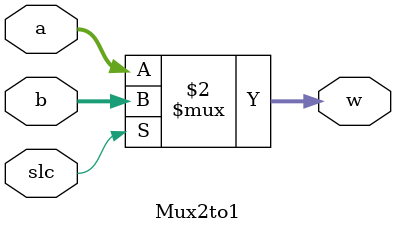
<source format=v>
`timescale 1ns/1ps
module Mux2to1(slc, a, b, w);
    parameter N = 16;
    
    input slc;
    input [N-1:0] a, b;

    output [N-1:0] w;
    
    assign w = ~slc ? a : b;

endmodule
</source>
